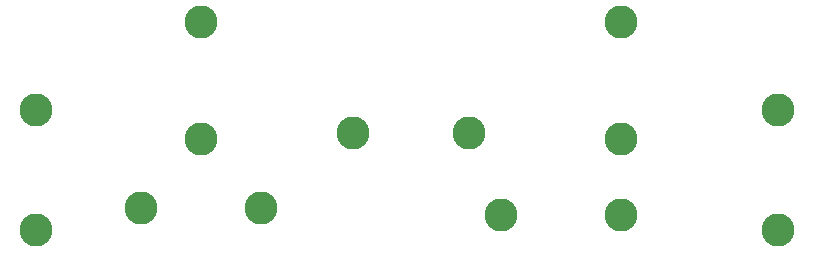
<source format=gbr>
%FSLAX34Y34*%
%MOMM*%
%LNSOLDERMASK_TOP*%
G71*
G01*
%ADD10C,2.800*%
%ADD11C,2.800*%
%LPD*%
X19050Y914400D02*
G54D10*
D03*
X19050Y812800D02*
G54D10*
D03*
X158750Y890350D02*
G54D11*
D03*
X158750Y989250D02*
G54D11*
D03*
X209550Y831850D02*
G54D10*
D03*
X107950Y831850D02*
G54D10*
D03*
X287100Y895350D02*
G54D11*
D03*
X386000Y895350D02*
G54D11*
D03*
X514350Y825500D02*
G54D10*
D03*
X412750Y825500D02*
G54D10*
D03*
X514350Y890350D02*
G54D11*
D03*
X514350Y989250D02*
G54D11*
D03*
X647700Y914400D02*
G54D10*
D03*
X647700Y812800D02*
G54D10*
D03*
X19050Y914400D02*
G54D11*
D03*
X209550Y831850D02*
G54D11*
D03*
X514350Y825500D02*
G54D11*
D03*
X647700Y812800D02*
G54D11*
D03*
M02*

</source>
